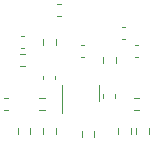
<source format=gbr>
%TF.GenerationSoftware,KiCad,Pcbnew,6.0.1-79c1e3a40b~116~ubuntu20.04.1*%
%TF.CreationDate,2022-01-22T22:37:32+01:00*%
%TF.ProjectId,bjt-amp,626a742d-616d-4702-9e6b-696361645f70,rev?*%
%TF.SameCoordinates,Original*%
%TF.FileFunction,Legend,Top*%
%TF.FilePolarity,Positive*%
%FSLAX46Y46*%
G04 Gerber Fmt 4.6, Leading zero omitted, Abs format (unit mm)*
G04 Created by KiCad (PCBNEW 6.0.1-79c1e3a40b~116~ubuntu20.04.1) date 2022-01-22 22:37:32*
%MOMM*%
%LPD*%
G01*
G04 APERTURE LIST*
%ADD10C,0.120000*%
G04 APERTURE END LIST*
D10*
%TO.C,C6*%
X145782420Y-69213000D02*
X146063580Y-69213000D01*
X145782420Y-70233000D02*
X146063580Y-70233000D01*
%TO.C,R10*%
X156605500Y-77041742D02*
X156605500Y-77516258D01*
X155560500Y-77041742D02*
X155560500Y-77516258D01*
%TO.C,R9*%
X155337742Y-75522500D02*
X155812258Y-75522500D01*
X155337742Y-74477500D02*
X155812258Y-74477500D01*
%TO.C,R8*%
X155081500Y-77041742D02*
X155081500Y-77516258D01*
X154036500Y-77041742D02*
X154036500Y-77516258D01*
%TO.C,R7*%
X152022500Y-77295742D02*
X152022500Y-77770258D01*
X150977500Y-77295742D02*
X150977500Y-77770258D01*
%TO.C,R6*%
X153811500Y-71009742D02*
X153811500Y-71484258D01*
X152766500Y-71009742D02*
X152766500Y-71484258D01*
%TO.C,R5*%
X147686500Y-69485742D02*
X147686500Y-69960258D01*
X148731500Y-69485742D02*
X148731500Y-69960258D01*
%TO.C,R4*%
X146160258Y-71769500D02*
X145685742Y-71769500D01*
X146160258Y-70724500D02*
X145685742Y-70724500D01*
%TO.C,R3*%
X148731500Y-77041742D02*
X148731500Y-77516258D01*
X147686500Y-77041742D02*
X147686500Y-77516258D01*
%TO.C,R2*%
X147336742Y-74477500D02*
X147811258Y-74477500D01*
X147336742Y-75522500D02*
X147811258Y-75522500D01*
%TO.C,R1*%
X146572500Y-77041742D02*
X146572500Y-77516258D01*
X145527500Y-77041742D02*
X145527500Y-77516258D01*
%TO.C,Q1*%
X152370000Y-74062500D02*
X152370000Y-73412500D01*
X152370000Y-74062500D02*
X152370000Y-74712500D01*
X149250000Y-74062500D02*
X149250000Y-73412500D01*
X149250000Y-74062500D02*
X149250000Y-75737500D01*
%TO.C,L2*%
X148719000Y-72582721D02*
X148719000Y-72908279D01*
X147699000Y-72582721D02*
X147699000Y-72908279D01*
%TO.C,L1*%
X149162779Y-67510000D02*
X148837221Y-67510000D01*
X149162779Y-66490000D02*
X148837221Y-66490000D01*
%TO.C,C5*%
X153799000Y-74154420D02*
X153799000Y-74435580D01*
X152779000Y-74154420D02*
X152779000Y-74435580D01*
%TO.C,C4*%
X155434420Y-69975000D02*
X155715580Y-69975000D01*
X155434420Y-70995000D02*
X155715580Y-70995000D01*
%TO.C,C3*%
X151143580Y-70995000D02*
X150862420Y-70995000D01*
X151143580Y-69975000D02*
X150862420Y-69975000D01*
%TO.C,C2*%
X154359420Y-68451000D02*
X154640580Y-68451000D01*
X154359420Y-69471000D02*
X154640580Y-69471000D01*
%TO.C,C1*%
X144398420Y-74490000D02*
X144679580Y-74490000D01*
X144398420Y-75510000D02*
X144679580Y-75510000D01*
%TD*%
M02*

</source>
